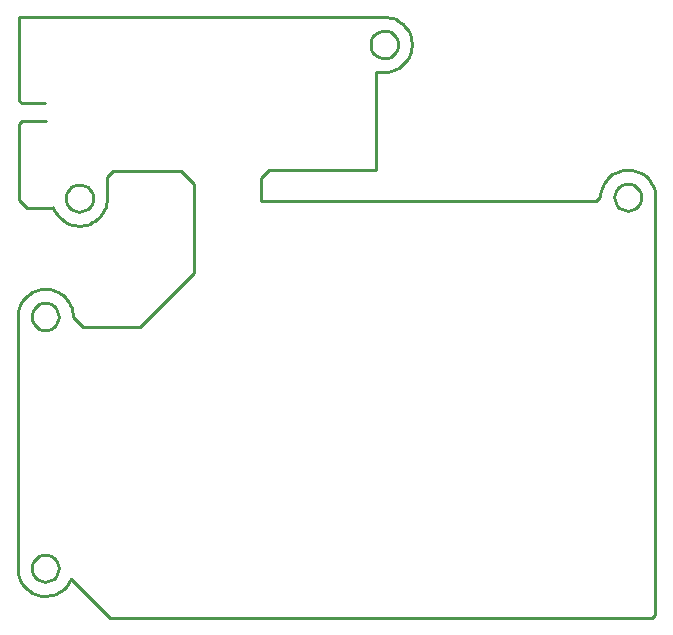
<source format=gko>
G04*
G04 #@! TF.GenerationSoftware,Altium Limited,Altium Designer,20.2.6 (244)*
G04*
G04 Layer_Color=16711935*
%FSLAX25Y25*%
%MOIN*%
G70*
G04*
G04 #@! TF.SameCoordinates,568CAEEB-50F0-44EC-8363-EC95FF72310B*
G04*
G04*
G04 #@! TF.FilePolarity,Positive*
G04*
G01*
G75*
%ADD12C,0.01000*%
D12*
X212500Y140487D02*
X212446Y141482D01*
X212285Y142465D01*
X212018Y143425D01*
X211650Y144350D01*
X211183Y145230D01*
X210624Y146055D01*
X209979Y146814D01*
X209256Y147499D01*
X208463Y148102D01*
X207609Y148616D01*
X206705Y149034D01*
X205761Y149352D01*
X204788Y149566D01*
X203798Y149674D01*
X202802D01*
X201812Y149566D01*
X200839Y149352D01*
X199895Y149034D01*
X198991Y148616D01*
X198137Y148102D01*
X197344Y147499D01*
X196621Y146814D01*
X195976Y146055D01*
X195417Y145230D01*
X194950Y144350D01*
X194582Y143425D01*
X194315Y142465D01*
X194154Y141482D01*
X194100Y140487D01*
X207800D02*
X207687Y141489D01*
X207354Y142440D01*
X206818Y143293D01*
X206106Y144006D01*
X205253Y144542D01*
X204301Y144875D01*
X203300Y144987D01*
X202299Y144875D01*
X201347Y144542D01*
X200494Y144006D01*
X199782Y143293D01*
X199246Y142440D01*
X198913Y141489D01*
X198800Y140487D01*
X198913Y139486D01*
X199246Y138535D01*
X199782Y137682D01*
X200494Y136969D01*
X201347Y136433D01*
X202299Y136100D01*
X203300Y135987D01*
X204301Y136100D01*
X205253Y136433D01*
X206106Y136969D01*
X206818Y137682D01*
X207354Y138535D01*
X207687Y139486D01*
X207800Y140487D01*
X-125Y16900D02*
X-76Y15888D01*
X83Y14888D01*
X351Y13911D01*
X724Y12969D01*
X1198Y12074D01*
X1767Y11236D01*
X2425Y10465D01*
X3163Y9771D01*
X3973Y9162D01*
X4844Y8646D01*
X5767Y8228D01*
X6730Y7913D01*
X7722Y7706D01*
X8730Y7609D01*
X9743Y7623D01*
X10749Y7748D01*
X11734Y7982D01*
X12688Y8322D01*
X13600Y8766D01*
X14457Y9306D01*
X15249Y9937D01*
X15968Y10650D01*
X16604Y11439D01*
X17151Y12292D01*
X17600Y13200D01*
X13632Y16837D02*
X13519Y17843D01*
X13184Y18799D01*
X12646Y19656D01*
X11930Y20372D01*
X11072Y20911D01*
X10117Y21245D01*
X9111Y21359D01*
X8104Y21245D01*
X7149Y20911D01*
X6291Y20372D01*
X5576Y19656D01*
X5037Y18799D01*
X4702Y17843D01*
X4589Y16837D01*
X4702Y15831D01*
X5037Y14875D01*
X5576Y14018D01*
X6291Y13302D01*
X7149Y12763D01*
X8104Y12429D01*
X9111Y12315D01*
X10117Y12429D01*
X11073Y12763D01*
X11930Y13302D01*
X12646Y14018D01*
X13184Y14875D01*
X13519Y15831D01*
X13632Y16837D01*
X18363Y100700D02*
X18308Y101701D01*
X18145Y102691D01*
X17876Y103657D01*
X17504Y104588D01*
X17033Y105474D01*
X16468Y106302D01*
X15817Y107065D01*
X15087Y107753D01*
X14287Y108357D01*
X13425Y108871D01*
X12514Y109289D01*
X11562Y109605D01*
X10581Y109816D01*
X9584Y109920D01*
X8581Y109914D01*
X7585Y109800D01*
X6606Y109578D01*
X5658Y109252D01*
X4751Y108824D01*
X3895Y108301D01*
X3101Y107688D01*
X2379Y106993D01*
X1736Y106223D01*
X1181Y105388D01*
X719Y104497D01*
X357Y103562D01*
X98Y102593D01*
X-54Y101602D01*
X-98Y100600D01*
X13624Y100700D02*
X13512Y101700D01*
X13179Y102649D01*
X12644Y103501D01*
X11933Y104212D01*
X11081Y104747D01*
X10132Y105079D01*
X9132Y105192D01*
X8133Y105079D01*
X7183Y104747D01*
X6331Y104212D01*
X5620Y103501D01*
X5085Y102649D01*
X4753Y101700D01*
X4640Y100700D01*
X4753Y99700D01*
X5085Y98751D01*
X5620Y97899D01*
X6331Y97188D01*
X7183Y96653D01*
X8133Y96321D01*
X9132Y96208D01*
X10132Y96321D01*
X11081Y96653D01*
X11933Y97188D01*
X12644Y97899D01*
X13179Y98751D01*
X13512Y99700D01*
X13624Y100700D01*
X11767Y137083D02*
X12152Y136167D01*
X12633Y135298D01*
X13205Y134486D01*
X13861Y133739D01*
X14593Y133068D01*
X15393Y132479D01*
X16251Y131979D01*
X17158Y131574D01*
X18104Y131269D01*
X19076Y131067D01*
X20065Y130971D01*
X21058Y130982D01*
X22045Y131099D01*
X23013Y131322D01*
X23952Y131647D01*
X24850Y132071D01*
X25697Y132589D01*
X26484Y133195D01*
X27202Y133882D01*
X27841Y134643D01*
X28395Y135467D01*
X28858Y136346D01*
X29223Y137270D01*
X29487Y138228D01*
X29647Y139208D01*
X29700Y140200D01*
X24979Y140200D02*
X24866Y141205D01*
X24532Y142160D01*
X23994Y143016D01*
X23279Y143731D01*
X22422Y144269D01*
X21468Y144603D01*
X20463Y144716D01*
X19458Y144603D01*
X18503Y144269D01*
X17647Y143731D01*
X16932Y143016D01*
X16394Y142160D01*
X16060Y141205D01*
X15947Y140200D01*
X16060Y139195D01*
X16394Y138240D01*
X16932Y137384D01*
X17647Y136669D01*
X18503Y136131D01*
X19458Y135797D01*
X20463Y135684D01*
X21468Y135797D01*
X22422Y136131D01*
X23279Y136669D01*
X23994Y137384D01*
X24532Y138241D01*
X24866Y139195D01*
X24979Y140200D01*
X126665Y191400D02*
X126558Y192381D01*
X126243Y193317D01*
X125734Y194163D01*
X125055Y194879D01*
X124238Y195433D01*
X123321Y195799D01*
X122347Y195958D01*
X121361Y195905D01*
X120410Y195641D01*
X119538Y195178D01*
X118786Y194539D01*
X118189Y193754D01*
X117774Y192858D01*
X117562Y191894D01*
Y190906D01*
X117774Y189942D01*
X118189Y189047D01*
X118786Y188261D01*
X119538Y187622D01*
X120410Y187159D01*
X121361Y186895D01*
X122347Y186842D01*
X123321Y187001D01*
X124238Y187367D01*
X125055Y187921D01*
X125734Y188637D01*
X126243Y189483D01*
X126558Y190419D01*
X126665Y191400D01*
X122300Y182200D02*
X123284Y182274D01*
X124255Y182454D01*
X125201Y182736D01*
X126112Y183118D01*
X126976Y183596D01*
X127784Y184163D01*
X128526Y184814D01*
X129195Y185540D01*
X129782Y186334D01*
X130280Y187186D01*
X130685Y188086D01*
X130991Y189025D01*
X131194Y189991D01*
X131292Y190974D01*
X131285Y191961D01*
X131172Y192942D01*
X130955Y193905D01*
X130635Y194839D01*
X130218Y195734D01*
X129707Y196578D01*
X129108Y197363D01*
X128429Y198080D01*
X127677Y198720D01*
X126861Y199275D01*
X125990Y199740D01*
X125074Y200108D01*
X124124Y200377D01*
X123151Y200542D01*
X122165Y200602D01*
X119300Y182200D02*
X122300D01*
X119300Y149504D02*
Y182200D01*
X119296Y149500D02*
X119300Y149504D01*
X83600Y149500D02*
X119296D01*
X81000Y146900D02*
X83600Y149500D01*
X81000Y139100D02*
Y146900D01*
Y139100D02*
X192713D01*
X194100Y140487D01*
Y140500D01*
X212500Y1200D02*
Y140500D01*
X211400Y100D02*
X212500Y1200D01*
X30700Y100D02*
X211400D01*
X17600Y13200D02*
X30700Y100D01*
X-100Y16900D02*
Y100600D01*
X18363Y100700D02*
X21827Y97236D01*
X40736D01*
X58600Y115100D01*
Y144900D01*
X54200Y149300D02*
X58600Y144900D01*
X31800Y149300D02*
X54200D01*
X29700Y147200D02*
X31800Y149300D01*
X29700Y140200D02*
Y147200D01*
X11600Y137016D02*
X11611Y137027D01*
X2900D02*
X11611D01*
X400Y139527D02*
X2900Y137027D01*
X400Y139527D02*
Y164900D01*
X1300Y165800D01*
X9200D01*
X1300Y171800D02*
X9111D01*
X400Y172700D02*
X1300Y171800D01*
X400Y172700D02*
Y200600D01*
X122165D01*
M02*

</source>
